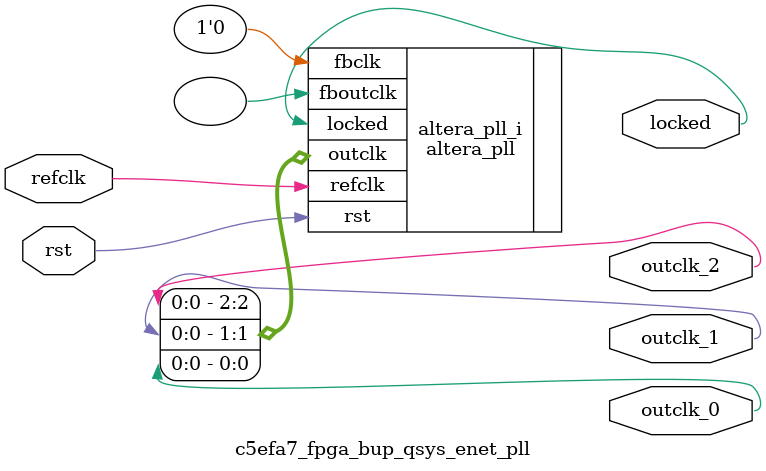
<source format=v>
`timescale 1ns/10ps
module  c5efa7_fpga_bup_qsys_enet_pll(

	// interface 'refclk'
	input wire refclk,

	// interface 'reset'
	input wire rst,

	// interface 'outclk0'
	output wire outclk_0,

	// interface 'outclk1'
	output wire outclk_1,

	// interface 'outclk2'
	output wire outclk_2,

	// interface 'locked'
	output wire locked
);

	altera_pll #(
		.fractional_vco_multiplier("false"),
		.reference_clock_frequency("50.0 MHz"),
		.operation_mode("normal"),
		.number_of_clocks(3),
		.output_clock_frequency0("125.0 MHz"),
		.phase_shift0("0 ps"),
		.duty_cycle0(50),
		.output_clock_frequency1("25.0 MHz"),
		.phase_shift1("0 ps"),
		.duty_cycle1(50),
		.output_clock_frequency2("2.5 MHz"),
		.phase_shift2("0 ps"),
		.duty_cycle2(50),
		.output_clock_frequency3("0 MHz"),
		.phase_shift3("0 ps"),
		.duty_cycle3(50),
		.output_clock_frequency4("0 MHz"),
		.phase_shift4("0 ps"),
		.duty_cycle4(50),
		.output_clock_frequency5("0 MHz"),
		.phase_shift5("0 ps"),
		.duty_cycle5(50),
		.output_clock_frequency6("0 MHz"),
		.phase_shift6("0 ps"),
		.duty_cycle6(50),
		.output_clock_frequency7("0 MHz"),
		.phase_shift7("0 ps"),
		.duty_cycle7(50),
		.output_clock_frequency8("0 MHz"),
		.phase_shift8("0 ps"),
		.duty_cycle8(50),
		.output_clock_frequency9("0 MHz"),
		.phase_shift9("0 ps"),
		.duty_cycle9(50),
		.output_clock_frequency10("0 MHz"),
		.phase_shift10("0 ps"),
		.duty_cycle10(50),
		.output_clock_frequency11("0 MHz"),
		.phase_shift11("0 ps"),
		.duty_cycle11(50),
		.output_clock_frequency12("0 MHz"),
		.phase_shift12("0 ps"),
		.duty_cycle12(50),
		.output_clock_frequency13("0 MHz"),
		.phase_shift13("0 ps"),
		.duty_cycle13(50),
		.output_clock_frequency14("0 MHz"),
		.phase_shift14("0 ps"),
		.duty_cycle14(50),
		.output_clock_frequency15("0 MHz"),
		.phase_shift15("0 ps"),
		.duty_cycle15(50),
		.output_clock_frequency16("0 MHz"),
		.phase_shift16("0 ps"),
		.duty_cycle16(50),
		.output_clock_frequency17("0 MHz"),
		.phase_shift17("0 ps"),
		.duty_cycle17(50),
		.pll_type("General"),
		.pll_subtype("General")
	) altera_pll_i (
		.outclk	({outclk_2, outclk_1, outclk_0}),
		.locked	(locked),
		.fboutclk	( ),
		.fbclk	(1'b0),
		.rst	(rst),
		.refclk	(refclk)
	);
endmodule


</source>
